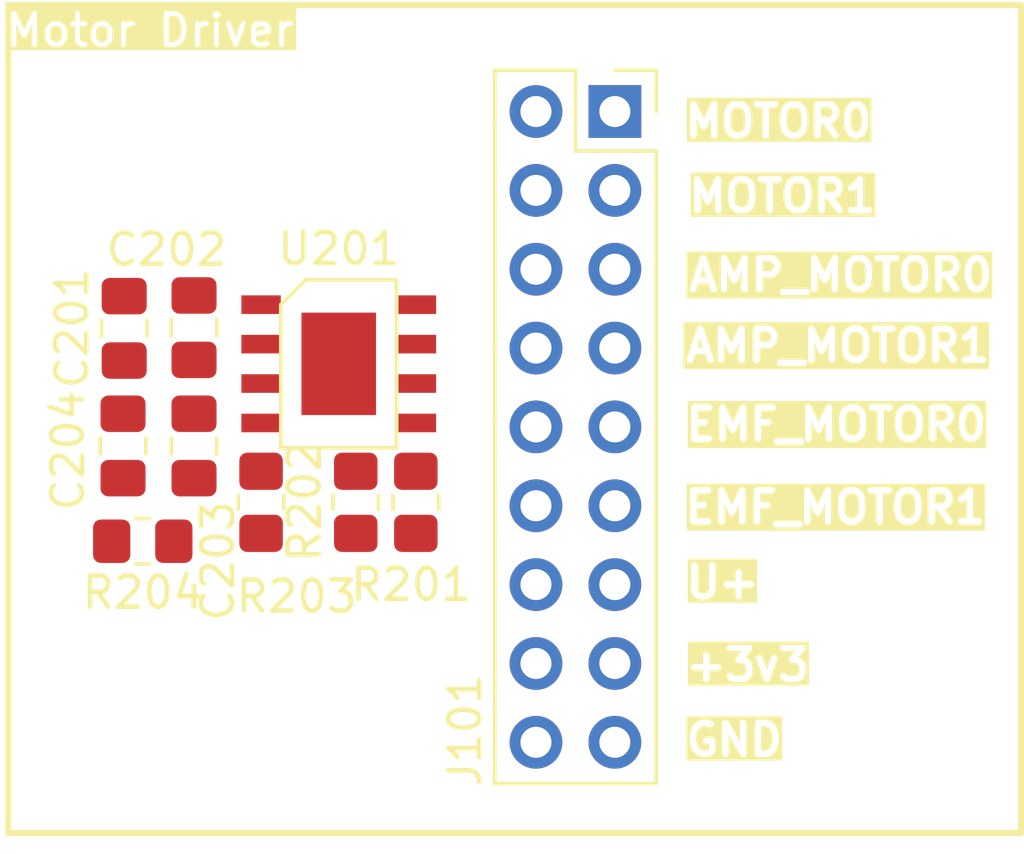
<source format=kicad_pcb>
(kicad_pcb (version 20240108) (generator "pcbnew") (generator_version "8.0")
  (layers (0 "F.Cu" signal) (31 "B.Cu" signal) (34 "B.Paste" user) (35 "F.Paste" user) (36 "B.SilkS" user "B.Silkscreen") (37 "F.SilkS" user "F.Silkscreen") (38 "B.Mask" user) (39 "F.Mask" user) (44 "Edge.Cuts" user))
  (net 0 "")
  (net 1 "PGND")
  (net 2 "/J_+3v3")
  (net 3 "/J_U+")
  (net 4 "/+3v3")
  (net 5 "/J_MOTOR0")
  (net 6 "/MOTOR1")
  (net 7 "/J_AMP_MOTOR0")
  (net 8 "/J_AMP_MOTOR1")
  (net 9 "/J_EMF_MOTOR0")
  (net 10 "/EMF_MOTOR0")
  (net 11 "/EMF_MOTOR1")
  (net 12 "/GND")
  (net 13 "/J_EMF_MOTOR1")
  (net 14 "/U+")
  (net 15 "/MOTOR0")
  (net 16 "/AMP_MOTOR1")
  (net 17 "/AMP_MOTOR0")
  (net 18 "/J_MOTOR1")
  (footprint "Capacitor_SMD:C_0805_2012Metric_Pad1.18x1.45mm_HandSolder" (layer "F.Cu") (at 116.88 68.1775 -90)
    (property "Reference" "C204" (at 0.148501 1.778001 -90) (layer "F.SilkS"))
    (property "Value" "100nF")
    (fp_line (start -0.261253 0.735) (end 0.261253 0.735) (stroke (width 0.12)) (layer "F.SilkS"))
    (fp_line (start -0.261253 -0.735) (end 0.261253 -0.735) (stroke (width 0.12)) (layer "F.SilkS"))
    (pad "1" smd roundrect (at -1.0375 0 270) (size 1.175 1.45) (layers "F.Cu" "F.Paste" "F.Mask") (roundrect_rratio 0.212766) (net 3 "/J_U+"))
    (pad "2" smd roundrect (at 1.0375 0 270) (size 1.175 1.45) (layers "F.Cu" "F.Paste" "F.Mask") (roundrect_rratio 0.212766) (net 1 "PGND"))
  )
  (footprint "Resistor_SMD:R_0805_2012Metric_Pad1.20x1.40mm_HandSolder" (layer "F.Cu") (at 126.307 69.993 90)
    (property "Reference" "R201" (at -2.651 -0.156 0) (layer "F.SilkS"))
    (property "Value" "6k8")
    (fp_line (start -0.227064 -0.735) (end 0.227064 -0.735) (stroke (width 0.12)) (layer "F.SilkS"))
    (fp_line (start -0.227064 0.735) (end 0.227064 0.735) (stroke (width 0.12)) (layer "F.SilkS"))
    (pad "1" smd roundrect (at -1 0 90) (size 1.2 1.4) (layers "F.Cu" "F.Paste" "F.Mask") (roundrect_rratio 0.208333) (net 13 "/J_EMF_MOTOR1"))
    (pad "2" smd roundrect (at 1 0 90) (size 1.2 1.4) (layers "F.Cu" "F.Paste" "F.Mask") (roundrect_rratio 0.208333) (net 8 "/J_AMP_MOTOR1"))
  )
  (footprint "Resistor_SMD:R_0805_2012Metric_Pad1.20x1.40mm_HandSolder" (layer "F.Cu") (at 121.325 69.993 90)
    (property "Reference" "R203" (at -3.032 1.143 0) (layer "F.SilkS"))
    (property "Value" "6k8")
    (fp_line (start -0.227064 -0.735) (end 0.227064 -0.735) (stroke (width 0.12)) (layer "F.SilkS"))
    (fp_line (start -0.227064 0.735) (end 0.227064 0.735) (stroke (width 0.12)) (layer "F.SilkS"))
    (pad "1" smd roundrect (at -1 0 90) (size 1.2 1.4) (layers "F.Cu" "F.Paste" "F.Mask") (roundrect_rratio 0.208333) (net 9 "/J_EMF_MOTOR0"))
    (pad "2" smd roundrect (at 1 0 90) (size 1.2 1.4) (layers "F.Cu" "F.Paste" "F.Mask") (roundrect_rratio 0.208333) (net 7 "/J_AMP_MOTOR0"))
  )
  (footprint "Connector_PinSocket_2.54mm:PinSocket_2x09_P2.54mm_Vertical" (layer "F.Cu") (at 132.715 57.404)
    (property "Reference" "J101" (at -4.826 19.939 90) (layer "F.SilkS"))
    (property "Value" "Conn_02x09_Odd_Even")
    (fp_line (start -3.87 -1.33) (end -3.87 21.65) (stroke (width 0.12)) (layer "F.SilkS"))
    (fp_line (start -3.87 -1.33) (end -1.27 -1.33) (stroke (width 0.12)) (layer "F.SilkS"))
    (fp_line (start -3.87 21.65) (end 1.33 21.65) (stroke (width 0.12)) (layer "F.SilkS"))
    (fp_line (start -1.27 -1.33) (end -1.27 1.27) (stroke (width 0.12)) (layer "F.SilkS"))
    (fp_line (start -1.27 1.27) (end 1.33 1.27) (stroke (width 0.12)) (layer "F.SilkS"))
    (fp_line (start 0 -1.33) (end 1.33 -1.33) (stroke (width 0.12)) (layer "F.SilkS"))
    (fp_line (start 1.33 -1.33) (end 1.33 0) (stroke (width 0.12)) (layer "F.SilkS"))
    (fp_line (start 1.33 1.27) (end 1.33 21.65) (stroke (width 0.12)) (layer "F.SilkS"))
    (pad "1" thru_hole rect (at 0 0) (size 1.7 1.7) (drill 1) (layers "*.Cu" "*.Mask") (net 5 "/J_MOTOR0"))
    (pad "2" thru_hole oval (at -2.54 0) (size 1.7 1.7) (drill 1) (layers "*.Cu" "*.Mask") (net 15 "/MOTOR0"))
    (pad "3" thru_hole oval (at 0 2.54) (size 1.7 1.7) (drill 1) (layers "*.Cu" "*.Mask") (net 18 "/J_MOTOR1"))
    (pad "4" thru_hole oval (at -2.54 2.54) (size 1.7 1.7) (drill 1) (layers "*.Cu" "*.Mask") (net 6 "/MOTOR1"))
    (pad "5" thru_hole oval (at 0 5.08) (size 1.7 1.7) (drill 1) (layers "*.Cu" "*.Mask") (net 7 "/J_AMP_MOTOR0"))
    (pad "6" thru_hole oval (at -2.54 5.08) (size 1.7 1.7) (drill 1) (layers "*.Cu" "*.Mask") (net 17 "/AMP_MOTOR0"))
    (pad "7" thru_hole oval (at 0 7.62) (size 1.7 1.7) (drill 1) (layers "*.Cu" "*.Mask") (net 8 "/J_AMP_MOTOR1"))
    (pad "8" thru_hole oval (at -2.54 7.62) (size 1.7 1.7) (drill 1) (layers "*.Cu" "*.Mask") (net 16 "/AMP_MOTOR1"))
    (pad "9" thru_hole oval (at 0 10.16) (size 1.7 1.7) (drill 1) (layers "*.Cu" "*.Mask") (net 9 "/J_EMF_MOTOR0"))
    (pad "10" thru_hole oval (at -2.54 10.16) (size 1.7 1.7) (drill 1) (layers "*.Cu" "*.Mask") (net 10 "/EMF_MOTOR0"))
    (pad "11" thru_hole oval (at 0 12.7) (size 1.7 1.7) (drill 1) (layers "*.Cu" "*.Mask") (net 13 "/J_EMF_MOTOR1"))
    (pad "12" thru_hole oval (at -2.54 12.7) (size 1.7 1.7) (drill 1) (layers "*.Cu" "*.Mask") (net 11 "/EMF_MOTOR1"))
    (pad "13" thru_hole oval (at 0 15.24) (size 1.7 1.7) (drill 1) (layers "*.Cu" "*.Mask") (net 3 "/J_U+"))
    (pad "14" thru_hole oval (at -2.54 15.24) (size 1.7 1.7) (drill 1) (layers "*.Cu" "*.Mask") (net 14 "/U+"))
    (pad "15" thru_hole oval (at 0 17.78) (size 1.7 1.7) (drill 1) (layers "*.Cu" "*.Mask") (net 2 "/J_+3v3"))
    (pad "16" thru_hole oval (at -2.54 17.78) (size 1.7 1.7) (drill 1) (layers "*.Cu" "*.Mask") (net 4 "/+3v3"))
    (pad "17" thru_hole oval (at 0 20.32) (size 1.7 1.7) (drill 1) (layers "*.Cu" "*.Mask") (net 1 "PGND"))
    (pad "18" thru_hole oval (at -2.54 20.32) (size 1.7 1.7) (drill 1) (layers "*.Cu" "*.Mask") (net 12 "/GND"))
  )
  (footprint "Resistor_SMD:R_0805_2012Metric_Pad1.20x1.40mm_HandSolder" (layer "F.Cu") (at 117.515 71.247 180)
    (property "Reference" "R204" (at 0 -1.65 0) (layer "F.SilkS"))
    (property "Value" "1k")
    (fp_line (start -0.227064 0.735) (end 0.227064 0.735) (stroke (width 0.12)) (layer "F.SilkS"))
    (fp_line (start -0.227064 -0.735) (end 0.227064 -0.735) (stroke (width 0.12)) (layer "F.SilkS"))
    (pad "1" smd roundrect (at -1 0 180) (size 1.2 1.4) (layers "F.Cu" "F.Paste" "F.Mask") (roundrect_rratio 0.208333) (net 9 "/J_EMF_MOTOR0"))
    (pad "2" smd roundrect (at 1 0 180) (size 1.2 1.4) (layers "F.Cu" "F.Paste" "F.Mask") (roundrect_rratio 0.208333) (net 1 "PGND"))
  )
  (footprint "Resistor_SMD:R_0805_2012Metric_Pad1.20x1.40mm_HandSolder" (layer "F.Cu") (at 124.373 69.993 90)
    (property "Reference" "R202" (at 0.016 -1.651 -90) (layer "F.SilkS"))
    (property "Value" "1k")
    (fp_line (start -0.227064 -0.735) (end 0.227064 -0.735) (stroke (width 0.12)) (layer "F.SilkS"))
    (fp_line (start -0.227064 0.735) (end 0.227064 0.735) (stroke (width 0.12)) (layer "F.SilkS"))
    (pad "1" smd roundrect (at -1 0 90) (size 1.2 1.4) (layers "F.Cu" "F.Paste" "F.Mask") (roundrect_rratio 0.208333) (net 13 "/J_EMF_MOTOR1"))
    (pad "2" smd roundrect (at 1 0 90) (size 1.2 1.4) (layers "F.Cu" "F.Paste" "F.Mask") (roundrect_rratio 0.208333) (net 1 "PGND"))
  )
  (footprint "Capacitor_SMD:C_0805_2012Metric_Pad1.18x1.45mm_HandSolder" (layer "F.Cu") (at 116.918 64.389 90)
    (property "Reference" "C201" (at 0 -1.679999 -90) (layer "F.SilkS"))
    (property "Value" "10uF")
    (fp_line (start -0.261253 -0.735) (end 0.261253 -0.735) (stroke (width 0.12)) (layer "F.SilkS"))
    (fp_line (start -0.261253 0.735) (end 0.261253 0.735) (stroke (width 0.12)) (layer "F.SilkS"))
    (pad "1" smd roundrect (at -1.0375 0 90) (size 1.175 1.45) (layers "F.Cu" "F.Paste" "F.Mask") (roundrect_rratio 0.212766) (net 2 "/J_+3v3"))
    (pad "2" smd roundrect (at 1.0375 0 90) (size 1.175 1.45) (layers "F.Cu" "F.Paste" "F.Mask") (roundrect_rratio 0.212766) (net 1 "PGND"))
  )
  (footprint "Capacitor_SMD:C_0805_2012Metric_Pad1.18x1.45mm_HandSolder" (layer "F.Cu") (at 119.166 68.1775 -90)
    (property "Reference" "C203" (at 3.704501 -0.762 90) (layer "F.SilkS"))
    (property "Value" "10uF")
    (fp_line (start -0.261253 0.735) (end 0.261253 0.735) (stroke (width 0.12)) (layer "F.SilkS"))
    (fp_line (start -0.261253 -0.735) (end 0.261253 -0.735) (stroke (width 0.12)) (layer "F.SilkS"))
    (pad "1" smd roundrect (at -1.0375 0 270) (size 1.175 1.45) (layers "F.Cu" "F.Paste" "F.Mask") (roundrect_rratio 0.212766) (net 3 "/J_U+"))
    (pad "2" smd roundrect (at 1.0375 0 270) (size 1.175 1.45) (layers "F.Cu" "F.Paste" "F.Mask") (roundrect_rratio 0.212766) (net 1 "PGND"))
  )
  (footprint "BDR6133:BDR6133" (layer "F.Cu") (at 123.825 65.532 -90)
    (property "Reference" "U201" (at -3.705 0 0) (layer "F.SilkS"))
    (property "Value" "BDR6133")
    (fp_line (start -1.905 1.865) (end -2.705 1.065) (stroke (width 0.12)) (layer "F.SilkS"))
    (fp_line (start 2.705 1.865) (end -1.905 1.865) (stroke (width 0.12)) (layer "F.SilkS"))
    (fp_line (start -2.705 1.065) (end -2.705 -1.865) (stroke (width 0.12)) (layer "F.SilkS"))
    (fp_line (start -2.705 -1.865) (end 2.705 -1.865) (stroke (width 0.12)) (layer "F.SilkS"))
    (fp_line (start 2.705 -1.865) (end 2.705 1.865) (stroke (width 0.12)) (layer "F.SilkS"))
    (pad "1" smd rect (at -1.904999 2.5 270) (size 0.6 1.27) (layers "F.Cu" "F.Paste" "F.Mask") (net 1 "PGND"))
    (pad "2" smd rect (at -0.635 2.5 270) (size 0.6 1.27) (layers "F.Cu" "F.Paste" "F.Mask") (net 2 "/J_+3v3"))
    (pad "3" smd rect (at 0.635 2.5 270) (size 0.6 1.27) (layers "F.Cu" "F.Paste" "F.Mask") (net 3 "/J_U+"))
    (pad "4" smd rect (at 1.904999 2.5 270) (size 0.6 1.27) (layers "F.Cu" "F.Paste" "F.Mask") (net 7 "/J_AMP_MOTOR0"))
    (pad "5" smd rect (at 1.904999 -2.5 270) (size 0.6 1.27) (layers "F.Cu" "F.Paste" "F.Mask") (net 8 "/J_AMP_MOTOR1"))
    (pad "6" smd rect (at 0.635 -2.5 270) (size 0.6 1.27) (layers "F.Cu" "F.Paste" "F.Mask") (net 5 "/J_MOTOR0"))
    (pad "7" smd rect (at -0.635 -2.5 270) (size 0.6 1.27) (layers "F.Cu" "F.Paste" "F.Mask") (net 18 "/J_MOTOR1"))
    (pad "8" smd rect (at -1.904999 -2.5 270) (size 0.6 1.27) (layers "F.Cu" "F.Paste" "F.Mask"))
    (pad "9" smd rect (at 0 0 270) (size 3.3 2.4) (layers "F.Cu" "F.Paste" "F.Mask") (net 1 "PGND"))
  )
  (footprint "Capacitor_SMD:C_0805_2012Metric_Pad1.18x1.45mm_HandSolder" (layer "F.Cu") (at 119.166 64.3675 90)
    (property "Reference" "C202" (at 2.5185 -0.889 0) (layer "F.SilkS"))
    (property "Value" "100nF")
    (fp_line (start -0.261253 -0.735) (end 0.261253 -0.735) (stroke (width 0.12)) (layer "F.SilkS"))
    (fp_line (start -0.261253 0.735) (end 0.261253 0.735) (stroke (width 0.12)) (layer "F.SilkS"))
    (pad "1" smd roundrect (at -1.0375 0 90) (size 1.175 1.45) (layers "F.Cu" "F.Paste" "F.Mask") (roundrect_rratio 0.212766) (net 2 "/J_+3v3"))
    (pad "2" smd roundrect (at 1.0375 0 90) (size 1.175 1.45) (layers "F.Cu" "F.Paste" "F.Mask") (roundrect_rratio 0.212766) (net 1 "PGND"))
  )
  (gr_rect (start 113.1885 53.975) (end 145.796 80.6485) (stroke (width 0.2)) (fill none) (layer "F.SilkS"))
  (gr_text "AMP_MOTOR0" (at 135.001 63.256 0) (layer "F.SilkS" knockout) (effects (font (size 1 1) (thickness 0.2) (bold yes)) (justify left bottom)))
  (gr_text "AMP_MOTOR1" (at 134.906 65.532 0) (layer "F.SilkS" knockout) (effects (font (size 1 1) (thickness 0.2) (bold yes)) (justify left bottom)))
  (gr_text "U+" (at 134.906 73.152 0) (layer "F.SilkS" knockout) (effects (font (size 1 1) (thickness 0.2) (bold yes)) (justify left bottom)))
  (gr_text "GND" (at 134.906 78.232 0) (layer "F.SilkS" knockout) (effects (font (size 1 1) (thickness 0.2) (bold yes)) (justify left bottom)))
  (gr_text "MOTOR0" (at 134.874 58.303 0) (layer "F.SilkS" knockout) (effects (font (size 1 1) (thickness 0.2) (bold yes)) (justify left bottom)))
  (gr_text "EMF_MOTOR0" (at 134.906 68.072 0) (layer "F.SilkS" knockout) (effects (font (size 1 1) (thickness 0.2) (bold yes)) (justify left bottom)))
  (gr_text "MOTOR1" (at 135.001 60.716 0) (layer "F.SilkS" knockout) (effects (font (size 1 1) (thickness 0.2) (bold yes)) (justify left bottom)))
  (gr_text "+3v3" (at 134.906 75.819 0) (layer "F.SilkS" knockout) (effects (font (size 1 1) (thickness 0.2) (bold yes)) (justify left bottom)))
  (gr_text "EMF_MOTOR1" (at 134.874 70.739 0) (layer "F.SilkS" knockout) (effects (font (size 1 1) (thickness 0.2) (bold yes)) (justify left bottom)))
  (gr_text "Motor Driver" (at 113.03 55.372 0) (layer "F.SilkS" knockout) (effects (font (size 1 1)) (justify left bottom)))
)
</source>
